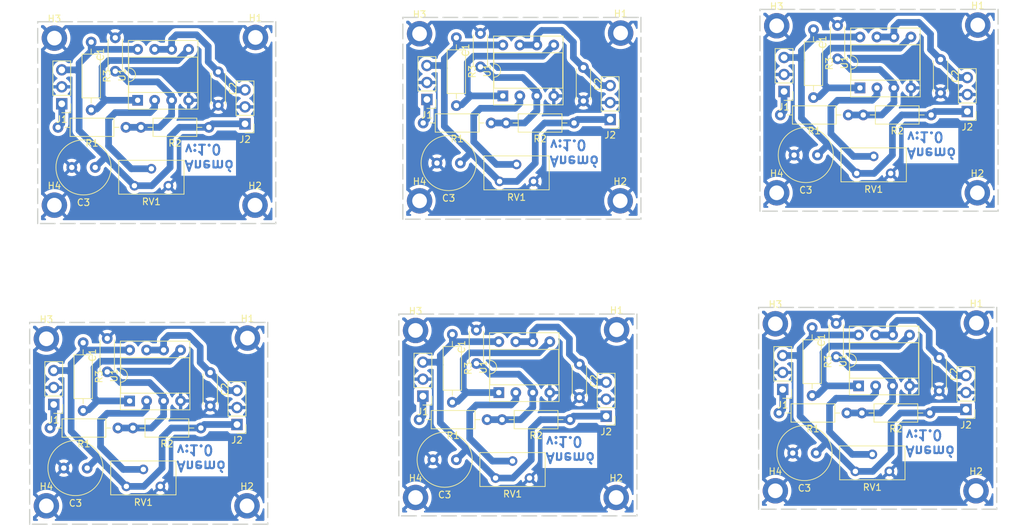
<source format=kicad_pcb>
(kicad_pcb (version 20240108) (generator "pcbnew") (generator_version "8.0")
  (layers (0 "F.Cu" signal) (31 "B.Cu" signal) (34 "B.Paste" user) (35 "F.Paste" user) (36 "B.SilkS" user "B.Silkscreen") (37 "F.SilkS" user "F.Silkscreen") (38 "B.Mask" user) (39 "F.Mask" user) (44 "Edge.Cuts" user))
  (net 0 "")
  (net 1 "GND_G1")
  (net 2 "D_hall")
  (net 3 "3.3V")
  (net 4 "Net-(J1-Pin_1)")
  (net 5 "Net-(U1A-+)")
  (net 6 "Net-(U1B-+)")
  (net 7 "Net-(U1A--)")
  (footprint "Package_DIP:DIP-8_W7.62mm_Socket" (layer "F.Cu") (at 154.75 126.15 90)
    (property "Reference" "U1")
    (property "Value" "TL082")
  )
  (footprint "MountingHole:MountingHole_2.2mm_M2_DIN965_Pad" (layer "F.Cu") (at 88.3 98.1)
    (property "Reference" "H4")
    (property "Value" "MountingHole_Pad")
  )
  (footprint "MountingHole:MountingHole_2.2mm_M2_DIN965_Pad" (layer "F.Cu") (at 117.1 143.1)
    (property "Reference" "H2")
    (property "Value" "MountingHole_Pad")
  )
  (footprint "Capacitor_THT:C_Radial_D8.0mm_H7.0mm_P3.50mm" (layer "F.Cu") (at 93.2 137.45 180)
    (property "Reference" "C3")
    (property "Value" "220uF")
  )
  (footprint "Connector_PinHeader_2.54mm:PinHeader_1x03_P2.54mm_Vertical" (layer "F.Cu") (at 144 82.28 180)
    (property "Reference" "J1")
    (property "Value" "Conn_01x03")
  )
  (footprint "Potentiometer_THT:Potentiometer_Bourns_3296Y_Vertical" (layer "F.Cu") (at 99.06 140.19 180)
    (property "Reference" "RV1")
    (property "Value" "100k")
  )
  (footprint "Capacitor_THT:C_Disc_D4.3mm_W1.9mm_P5.00mm" (layer "F.Cu") (at 220.6 120.9 -90)
    (property "Reference" "C2")
    (property "Value" "104")
  )
  (footprint "MountingHole:MountingHole_2.2mm_M2_DIN965_Pad" (layer "F.Cu") (at 88.3 73.1)
    (property "Reference" "H3")
    (property "Value" "MountingHole_Pad")
  )
  (footprint "Package_DIP:DIP-8_W7.62mm_Socket" (layer "F.Cu") (at 99.55 127.4 90)
    (property "Reference" "U1")
    (property "Value" "TL082")
  )
  (footprint "Resistor_THT:R_Axial_DIN0207_L6.3mm_D2.5mm_P10.16mm_Horizontal" (layer "F.Cu") (at 147.8 117.44 -90)
    (property "Reference" "R3")
    (property "Value" "10k")
  )
  (footprint "Resistor_THT:R_Axial_DIN0207_L6.3mm_D2.5mm_P10.16mm_Horizontal" (layer "F.Cu") (at 201.8 71.84 -90)
    (property "Reference" "R3")
    (property "Value" "10k")
  )
  (footprint "Connector_PinHeader_2.54mm:PinHeader_1x03_P2.54mm_Vertical" (layer "F.Cu") (at 224.6 128.68 180)
    (property "Reference" "J2")
    (property "Value" "ToMother")
  )
  (footprint "Resistor_THT:R_Axial_DIN0207_L6.3mm_D2.5mm_P10.16mm_Horizontal" (layer "F.Cu") (at 111.4 86.45 180)
    (property "Reference" "R2")
    (property "Value" "1k")
  )
  (footprint "Capacitor_THT:C_Disc_D4.3mm_W1.9mm_P5.00mm" (layer "F.Cu") (at 151.4 121.8 90)
    (property "Reference" "C1")
    (property "Value" "104")
  )
  (footprint "MountingHole:MountingHole_2.2mm_M2_DIN965_Pad" (layer "F.Cu") (at 172.3 141.85)
    (property "Reference" "H2")
    (property "Value" "MountingHole_Pad")
  )
  (footprint "Potentiometer_THT:Potentiometer_Bourns_3296Y_Vertical" (layer "F.Cu") (at 154.86 94.54 180)
    (property "Reference" "RV1")
    (property "Value" "100k")
  )
  (footprint "Connector_PinHeader_2.54mm:PinHeader_1x03_P2.54mm_Vertical" (layer "F.Cu") (at 170.8 129.68 180)
    (property "Reference" "J2")
    (property "Value" "ToMother")
  )
  (footprint "Resistor_THT:R_Axial_DIN0207_L6.3mm_D2.5mm_P10.16mm_Horizontal" (layer "F.Cu") (at 92.6 118.69 -90)
    (property "Reference" "R3")
    (property "Value" "10k")
  )
  (footprint "MountingHole:MountingHole_2.2mm_M2_DIN965_Pad" (layer "F.Cu") (at 196.1 115.85)
    (property "Reference" "H3")
    (property "Value" "MountingHole_Pad")
  )
  (footprint "Resistor_THT:R_Axial_DIN0207_L6.3mm_D2.5mm_P10.16mm_Horizontal" (layer "F.Cu") (at 219.4 84.6 180)
    (property "Reference" "R2")
    (property "Value" "1k")
  )
  (footprint "Capacitor_THT:C_Disc_D4.3mm_W1.9mm_P5.00mm" (layer "F.Cu") (at 167.4 77.5 -90)
    (property "Reference" "C2")
    (property "Value" "104")
  )
  (footprint "Connector_PinHeader_2.54mm:PinHeader_1x03_P2.54mm_Vertical" (layer "F.Cu") (at 197.4 81.08 180)
    (property "Reference" "J1")
    (property "Value" "Conn_01x03")
  )
  (footprint "Package_DIP:DIP-8_W7.62mm_Socket" (layer "F.Cu") (at 155.35 81.75 90)
    (property "Reference" "U1")
    (property "Value" "TL082")
  )
  (footprint "Package_DIP:DIP-8_W7.62mm_Socket" (layer "F.Cu") (at 100.75 82.4 90)
    (property "Reference" "U1")
    (property "Value" "TL082")
  )
  (footprint "Potentiometer_THT:Potentiometer_Bourns_3296Y_Vertical" (layer "F.Cu") (at 100.26 95.19 180)
    (property "Reference" "RV1")
    (property "Value" "100k")
  )
  (footprint "Connector_PinHeader_2.54mm:PinHeader_1x03_P2.54mm_Vertical" (layer "F.Cu") (at 171.4 85.28 180)
    (property "Reference" "J2")
    (property "Value" "ToMother")
  )
  (footprint "Resistor_THT:R_Axial_DIN0207_L6.3mm_D2.5mm_P10.16mm_Horizontal" (layer "F.Cu") (at 165.4 130.2 180)
    (property "Reference" "R2")
    (property "Value" "1k")
  )
  (footprint "Capacitor_THT:C_Disc_D4.3mm_W1.9mm_P5.00mm" (layer "F.Cu") (at 111.6 123.15 -90)
    (property "Reference" "C2")
    (property "Value" "104")
  )
  (footprint "Connector_PinHeader_2.54mm:PinHeader_1x03_P2.54mm_Vertical" (layer "F.Cu") (at 88.2 127.93 180)
    (property "Reference" "J1")
    (property "Value" "Conn_01x03")
  )
  (footprint "Connector_PinHeader_2.54mm:PinHeader_1x03_P2.54mm_Vertical" (layer "F.Cu") (at 89.4 82.93 180)
    (property "Reference" "J1")
    (property "Value" "Conn_01x03")
  )
  (footprint "Resistor_THT:R_Axial_DIN0207_L6.3mm_D2.5mm_P10.16mm_Horizontal" (layer "F.Cu") (at 219.2 129.2 180)
    (property "Reference" "R2")
    (property "Value" "1k")
  )
  (footprint "MountingHole:MountingHole_2.2mm_M2_DIN965_Pad" (layer "F.Cu") (at 196.3 71.25)
    (property "Reference" "H3")
    (property "Value" "MountingHole_Pad")
  )
  (footprint "Potentiometer_THT:Potentiometer_Bourns_3296Y_Vertical" (layer "F.Cu") (at 154.26 138.94 180)
    (property "Reference" "RV1")
    (property "Value" "100k")
  )
  (footprint "MountingHole:MountingHole_2.2mm_M2_DIN965_Pad" (layer "F.Cu") (at 226.163294 115.742117)
    (property "Reference" "H1")
    (property "Value" "MountingHole_Pad")
  )
  (footprint "Resistor_THT:R_Axial_DIN0207_L6.3mm_D2.5mm_P10.16mm_Horizontal" (layer "F.Cu") (at 99 86.45 180)
    (property "Reference" "R1")
    (property "Value" "100")
  )
  (footprint "Capacitor_THT:C_Disc_D4.3mm_W1.9mm_P5.00mm" (layer "F.Cu") (at 112.8 78.15 -90)
    (property "Reference" "C2")
    (property "Value" "104")
  )
  (footprint "MountingHole:MountingHole_2.2mm_M2_DIN965_Pad" (layer "F.Cu") (at 196.3 96.25)
    (property "Reference" "H4")
    (property "Value" "MountingHole_Pad")
  )
  (footprint "Resistor_THT:R_Axial_DIN0207_L6.3mm_D2.5mm_P10.16mm_Horizontal" (layer "F.Cu") (at 153.6 85.8 180)
    (property "Reference" "R1")
    (property "Value" "100")
  )
  (footprint "Capacitor_THT:C_Radial_D8.0mm_H7.0mm_P3.50mm" (layer "F.Cu") (at 202.4 90.6 180)
    (property "Reference" "C3")
    (property "Value" "220uF")
  )
  (footprint "Package_DIP:DIP-8_W7.62mm_Socket" (layer "F.Cu") (at 208.55 125.15 90)
    (property "Reference" "U1")
    (property "Value" "TL082")
  )
  (footprint "MountingHole:MountingHole_2.2mm_M2_DIN965_Pad" (layer "F.Cu") (at 118.363294 72.992117)
    (property "Reference" "H1")
    (property "Value" "MountingHole_Pad")
  )
  (footprint "Resistor_THT:R_Axial_DIN0207_L6.3mm_D2.5mm_P10.16mm_Horizontal" (layer "F.Cu") (at 166 85.8 180)
    (property "Reference" "R2")
    (property "Value" "1k")
  )
  (footprint "MountingHole:MountingHole_2.2mm_M2_DIN965_Pad" (layer "F.Cu") (at 226.3 96.25)
    (property "Reference" "H2")
    (property "Value" "MountingHole_Pad")
  )
  (footprint "Capacitor_THT:C_Radial_D8.0mm_H7.0mm_P3.50mm" (layer "F.Cu") (at 148.4 136.2 180)
    (property "Reference" "C3")
    (property "Value" "220uF")
  )
  (footprint "MountingHole:MountingHole_2.2mm_M2_DIN965_Pad" (layer "F.Cu") (at 142.3 116.85)
    (property "Reference" "H3")
    (property "Value" "MountingHole_Pad")
  )
  (footprint "Resistor_THT:R_Axial_DIN0207_L6.3mm_D2.5mm_P10.16mm_Horizontal" (layer "F.Cu") (at 93.8 73.69 -90)
    (property "Reference" "R3")
    (property "Value" "10k")
  )
  (footprint "MountingHole:MountingHole_2.2mm_M2_DIN965_Pad" (layer "F.Cu") (at 142.3 141.85)
    (property "Reference" "H4")
    (property "Value" "MountingHole_Pad")
  )
  (footprint "MountingHole:MountingHole_2.2mm_M2_DIN965_Pad" (layer "F.Cu") (at 172.363294 116.742117)
    (property "Reference" "H1")
    (property "Value" "MountingHole_Pad")
  )
  (footprint "Capacitor_THT:C_Disc_D4.3mm_W1.9mm_P5.00mm" (layer "F.Cu") (at 166.8 121.9 -90)
    (property "Reference" "C2")
    (property "Value" "104")
  )
  (footprint "Capacitor_THT:C_Disc_D4.3mm_W1.9mm_P5.00mm" (layer "F.Cu") (at 205.2 120.8 90)
    (property "Reference" "C1")
    (property "Value" "104")
  )
  (footprint "Connector_PinHeader_2.54mm:PinHeader_1x03_P2.54mm_Vertical" (layer "F.Cu") (at 197.2 125.68 180)
    (property "Reference" "J1")
    (property "Value" "Conn_01x03")
  )
  (footprint "Capacitor_THT:C_Radial_D8.0mm_H7.0mm_P3.50mm" (layer "F.Cu") (at 149 91.8 180)
    (property "Reference" "C3")
    (property "Value" "220uF")
  )
  (footprint "Resistor_THT:R_Axial_DIN0207_L6.3mm_D2.5mm_P10.16mm_Horizontal" (layer "F.Cu") (at 207 84.6 180)
    (property "Reference" "R1")
    (property "Value" "100")
  )
  (footprint "Capacitor_THT:C_Radial_D8.0mm_H7.0mm_P3.50mm" (layer "F.Cu") (at 202.2 135.2 180)
    (property "Reference" "C3")
    (property "Value" "220uF")
  )
  (footprint "Potentiometer_THT:Potentiometer_Bourns_3296Y_Vertical" (layer "F.Cu") (at 208.06 137.94 180)
    (property "Reference" "RV1")
    (property "Value" "100k")
  )
  (footprint "Capacitor_THT:C_Disc_D4.3mm_W1.9mm_P5.00mm" (layer "F.Cu") (at 220.8 76.3 -90)
    (property "Reference" "C2")
    (property "Value" "104")
  )
  (footprint "MountingHole:MountingHole_2.2mm_M2_DIN965_Pad" (layer "F.Cu") (at 142.9 72.45)
    (property "Reference" "H3")
    (property "Value" "MountingHole_Pad")
  )
  (footprint "Package_DIP:DIP-8_W7.62mm_Socket" (layer "F.Cu") (at 208.75 80.55 90)
    (property "Reference" "U1")
    (property "Value" "TL082")
  )
  (footprint "Connector_PinHeader_2.54mm:PinHeader_1x03_P2.54mm_Vertical" (layer "F.Cu") (at 224.8 84.08 180)
    (property "Reference" "J2")
    (property "Value" "ToMother")
  )
  (footprint "Connector_PinHeader_2.54mm:PinHeader_1x03_P2.54mm_Vertical" (layer "F.Cu") (at 115.6 130.93 180)
    (property "Reference" "J2")
    (property "Value" "ToMother")
  )
  (footprint "Connector_PinHeader_2.54mm:PinHeader_1x03_P2.54mm_Vertical" (layer "F.Cu") (at 116.8 85.93 180)
    (property "Reference" "J2")
    (property "Value" "ToMother")
  )
  (footprint "MountingHole:MountingHole_2.2mm_M2_DIN965_Pad" (layer "F.Cu") (at 87.1 118.1)
    (property "Reference" "H3")
    (property "Value" "MountingHole_Pad")
  )
  (footprint "Resistor_THT:R_Axial_DIN0207_L6.3mm_D2.5mm_P10.16mm_Horizontal" (layer "F.Cu") (at 97.8 131.45 180)
    (property "Reference" "R1")
    (property "Value" "100")
  )
  (footprint "Resistor_THT:R_Axial_DIN0207_L6.3mm_D2.5mm_P10.16mm_Horizontal" (layer "F.Cu") (at 148.4 73.04 -90)
    (property "Reference" "R3")
    (property "Value" "10k")
  )
  (footprint "Resistor_THT:R_Axial_DIN0207_L6.3mm_D2.5mm_P10.16mm_Horizontal" (layer "F.Cu") (at 206.8 129.2 180)
    (property "Reference" "R1")
    (property "Value" "100")
  )
  (footprint "Resistor_THT:R_Axial_DIN0207_L6.3mm_D2.5mm_P10.16mm_Horizontal" (layer "F.Cu") (at 153 130.2 180)
    (property "Reference" "R1")
    (property "Value" "100")
  )
  (footprint "MountingHole:MountingHole_2.2mm_M2_DIN965_Pad" (layer "F.Cu") (at 118.3 98.1)
    (property "Reference" "H2")
    (property "Value" "MountingHole_Pad")
  )
  (footprint "MountingHole:MountingHole_2.2mm_M2_DIN965_Pad" (layer "F.Cu") (at 226.1 140.85)
    (property "Reference" "H2")
    (property "Value" "MountingHole_Pad")
  )
  (footprint "MountingHole:MountingHole_2.2mm_M2_DIN965_Pad" (layer "F.Cu") (at 117.163294 117.992117)
    (property "Reference" "H1")
    (property "Value" "MountingHole_Pad")
  )
  (footprint "MountingHole:MountingHole_2.2mm_M2_DIN965_Pad" (layer "F.Cu") (at 87.1 143.1)
    (property "Reference" "H4")
    (property "Value" "MountingHole_Pad")
  )
  (footprint "Resistor_THT:R_Axial_DIN0207_L6.3mm_D2.5mm_P10.16mm_Horizontal" (layer "F.Cu") (at 110.2 131.45 180)
    (property "Reference" "R2")
    (property "Value" "1k")
  )
  (footprint "Connector_PinHeader_2.54mm:PinHeader_1x03_P2.54mm_Vertical" (layer "F.Cu") (at 143.4 126.68 180)
    (property "Reference" "J1")
    (property "Value" "Conn_01x03")
  )
  (footprint "Capacitor_THT:C_Disc_D4.3mm_W1.9mm_P5.00mm" (layer "F.Cu") (at 97.4 78.05 90)
    (property "Reference" "C1")
    (property "Value" "104")
  )
  (footprint "MountingHole:MountingHole_2.2mm_M2_DIN965_Pad" (layer "F.Cu") (at 196.1 140.85)
    (property "Reference" "H4")
    (property "Value" "MountingHole_Pad")
  )
  (footprint "MountingHole:MountingHole_2.2mm_M2_DIN965_Pad" (layer "F.Cu") (at 172.9 97.45)
    (property "Reference" "H2")
    (property "Value" "MountingHole_Pad")
  )
  (footprint "Capacitor_THT:C_Radial_D8.0mm_H7.0mm_P3.50mm" (layer "F.Cu") (at 94.4 92.45 180)
    (property "Reference" "C3")
    (property "Value" "220uF")
  )
  (footprint "Capacitor_THT:C_Disc_D4.3mm_W1.9mm_P5.00mm" (layer "F.Cu") (at 96.2 123.05 90)
    (property "Reference" "C1")
    (property "Value" "104")
  )
  (footprint "MountingHole:MountingHole_2.2mm_M2_DIN965_Pad" (layer "F.Cu") (at 226.363294 71.142117)
    (property "Reference" "H1")
    (property "Value" "MountingHole_Pad")
  )
  (footprint "MountingHole:MountingHole_2.2mm_M2_DIN965_Pad" (layer "F.Cu") (at 172.963294 72.342117)
    (property "Reference" "H1")
    (property "Value" "MountingHole_Pad")
  )
  (footprint "Resistor_THT:R_Axial_DIN0207_L6.3mm_D2.5mm_P10.16mm_Horizontal" (layer "F.Cu") (at 201.6 116.44 -90)
    (property "Reference" "R3")
    (property "Value" "10k")
  )
  (footprint "MountingHole:MountingHole_2.2mm_M2_DIN965_Pad" (layer "F.Cu") (at 142.9 97.45)
    (property "Reference" "H4")
    (property "Value" "MountingHole_Pad")
  )
  (footprint "Potentiometer_THT:Potentiometer_Bourns_3296Y_Vertical" (layer "F.Cu") (at 208.26 93.34 180)
    (property "Reference" "RV1")
    (property "Value" "100k")
  )
  (footprint "Capacitor_THT:C_Disc_D4.3mm_W1.9mm_P5.00mm" (layer "F.Cu") (at 205.4 76.2 90)
    (property "Reference" "C1")
    (property "Value" "104")
  )
  (footprint "Capacitor_THT:C_Disc_D4.3mm_W1.9mm_P5.00mm" (layer "F.Cu") (at 152 77.4 90)
    (property "Reference" "C1")
    (property "Value" "104")
  )
  (gr_rect (start 140.4 70) (end 176 100.2) (stroke (width 0.2) (type dash)) (fill none) (layer "Edge.Cuts"))
  (gr_rect (start 84.6 115.65) (end 120.2 145.85) (stroke (width 0.2) (type dash)) (fill none) (layer "Edge.Cuts"))
  (gr_rect (start 85.8 70.65) (end 121.4 100.85) (stroke (width 0.2) (type dash)) (fill none) (layer "Edge.Cuts"))
  (gr_rect (start 193.6 113.4) (end 229.2 143.6) (stroke (width 0.2) (type dash)) (fill none) (layer "Edge.Cuts"))
  (gr_rect (start 139.8 114.4) (end 175.4 144.6) (stroke (width 0.2) (type dash)) (fill none) (layer "Edge.Cuts"))
  (gr_rect (start 193.8 68.8) (end 229.4 99) (stroke (width 0.2) (type dash)) (fill none) (layer "Edge.Cuts"))
  (gr_text "Anemó\nv:1.0" (at 106.4 133.85 180) (layer "B.Cu") (effects (font (size 1.5 1.5) (thickness 0.3) (bold yes)) (justify left bottom mirror)))
  (gr_text "Anemó\nv:1.0" (at 107.6 88.85 180) (layer "B.Cu") (effects (font (size 1.5 1.5) (thickness 0.3) (bold yes)) (justify left bottom mirror)))
  (gr_text "Anemó\nv:1.0" (at 215.6 87 180) (layer "B.Cu") (effects (font (size 1.5 1.5) (thickness 0.3) (bold yes)) (justify left bottom mirror)))
  (gr_text "Anemó\nv:1.0" (at 162.2 88.2 180) (layer "B.Cu") (effects (font (size 1.5 1.5) (thickness 0.3) (bold yes)) (justify left bottom mirror)))
  (gr_text "Anemó\nv:1.0" (at 161.6 132.6 180) (layer "B.Cu") (effects (font (size 1.5 1.5) (thickness 0.3) (bold yes)) (justify left bottom mirror)))
  (gr_text "Anemó\nv:1.0" (at 215.4 131.6 180) (layer "B.Cu") (effects (font (size 1.5 1.5) (thickness 0.3) (bold yes)) (justify left bottom mirror)))
  (segment (start 213.83 72.93) (end 213.83 71.47) (width 1) (layer "B.Cu") (net 2))
  (segment (start 104.63 119.78) (end 104.63 118.32) (width 1) (layer "B.Cu") (net 2))
  (segment (start 111.3 74.35) (end 111.3 76.65) (width 1) (layer "B.Cu") (net 2))
  (segment (start 170.1 80.2) (end 167.4 77.5) (width 1) (layer "B.Cu") (net 2))
  (segment (start 159.83 118.53) (end 159.83 117.07) (width 1) (layer "B.Cu") (net 2))
  (segment (start 106.55 72.6) (end 109.55 72.6) (width 1) (layer "B.Cu") (net 2))
  (segment (start 108.35 117.6) (end 110.1 119.35) (width 1) (layer "B.Cu") (net 2))
  (segment (start 160.43 72.67) (end 161.15 71.95) (width 1) (layer "B.Cu") (net 2))
  (segment (start 159.83 117.07) (end 160.55 116.35) (width 1) (layer "B.Cu") (net 2))
  (segment (start 111.6 123.15) (end 110.1 121.65) (width 1) (layer "B.Cu") (net 2))
  (segment (start 171.4 80.2) (end 170.1 80.2) (width 1) (layer "B.Cu") (net 2))
  (segment (start 104.63 119.78) (end 102.09 119.78) (width 1) (layer "B.Cu") (net 2))
  (segment (start 115.5 80.85) (end 112.8 78.15) (width 1) (layer "B.Cu") (net 2))
  (segment (start 213.83 71.47) (end 214.55 70.75) (width 1) (layer "B.Cu") (net 2))
  (segment (start 165.9 73.7) (end 165.9 76) (width 1) (layer "B.Cu") (net 2))
  (segment (start 223.3 123.6) (end 220.6 120.9) (width 1) (layer "B.Cu") (net 2))
  (segment (start 214.55 70.75) (end 217.55 70.75) (width 1) (layer "B.Cu") (net 2))
  (segment (start 112.8 78.15) (end 111.3 76.65) (width 1) (layer "B.Cu") (net 2))
  (segment (start 109.55 72.6) (end 111.3 74.35) (width 1) (layer "B.Cu") (net 2))
  (segment (start 105.83 74.78) (end 105.83 73.32) (width 1) (layer "B.Cu") (net 2))
  (segment (start 223.5 79) (end 220.8 76.3) (width 1) (layer "B.Cu") (net 2))
  (segment (start 220.6 120.9) (end 219.1 119.4) (width 1) (layer "B.Cu") (net 2))
  (segment (start 160.43 74.13) (end 160.43 72.67) (width 1) (layer "B.Cu") (net 2))
  (segment (start 110.1 119.35) (end 110.1 121.65) (width 1) (layer "B.Cu") (net 2))
  (segment (start 213.83 72.93) (end 211.29 72.93) (width 1) (layer "B.Cu") (net 2))
  (segment (start 160.43 74.13) (end 157.89 74.13) (width 1) (layer "B.Cu") (net 2))
  (segment (start 165.3 118.1) (end 165.3 120.4) (width 1) (layer "B.Cu") (net 2))
  (segment (start 217.35 115.35) (end 219.1 117.1) (width 1) (layer "B.Cu") (net 2))
  (segment (start 220.8 76.3) (end 219.3 74.8) (width 1) (layer "B.Cu") (net 2))
  (segment (start 170.8 124.6) (end 169.5 124.6) (width 1) (layer "B.Cu") (net 2))
  (segment (start 166.8 121.9) (end 165.3 120.4) (width 1) (layer "B.Cu") (net 2))
  (segment (start 219.3 72.5) (end 219.3 74.8) (width 1) (layer "B.Cu") (net 2))
  (segment (start 105.35 117.6) (end 108.35 117.6) (width 1) (layer "B.Cu") (net 2))
  (segment (start 213.63 116.07) (end 214.35 115.35) (width 1) (layer "B.Cu") (net 2))
  (segment (start 163.55 116.35) (end 165.3 118.1) (width 1) (layer "B.Cu") (net 2))
  (segment (start 104.63 118.32) (end 105.35 117.6) (width 1) (layer "B.Cu") (net 2))
  (segment (start 213.63 117.53) (end 213.63 116.07) (width 1) (layer "B.Cu") (net 2))
  (segment (start 114.3 125.85) (end 111.6 123.15) (width 1) (layer "B.Cu") (net 2))
  (segment (start 105.83 74.78) (end 103.29 74.78) (width 1) (layer "B.Cu") (net 2))
  (segment (start 105.83 73.32) (end 106.55 72.6) (width 1) (layer "B.Cu") (net 2))
  (segment (start 214.35 115.35) (end 217.35 115.35) (width 1) (layer "B.Cu") (net 2))
  (segment (start 224.8 79) (end 223.5 79) (width 1) (layer "B.Cu") (net 2))
  (segment (start 115.6 125.85) (end 114.3 125.85) (width 1) (layer "B.Cu") (net 2))
  (segment (start 219.1 117.1) (end 219.1 119.4) (width 1) (layer "B.Cu") (net 2))
  (segment (start 167.4 77.5) (end 165.9 76) (width 1) (layer "B.Cu") (net 2))
  (segment (start 224.6 123.6) (end 223.3 123.6) (width 1) (layer "B.Cu") (net 2))
  (segment (start 116.8 80.85) (end 115.5 80.85) (width 1) (layer "B.Cu") (net 2))
  (segment (start 160.55 116.35) (end 163.55 116.35) (width 1) (layer "B.Cu") (net 2))
  (segment (start 213.63 117.53) (end 211.09 117.53) (width 1) (layer "B.Cu") (net 2))
  (segment (start 217.55 70.75) (end 219.3 72.5) (width 1) (layer "B.Cu") (net 2))
  (segment (start 164.15 71.95) (end 165.9 73.7) (width 1) (layer "B.Cu") (net 2))
  (segment (start 169.5 124.6) (end 166.8 121.9) (width 1) (layer "B.Cu") (net 2))
  (segment (start 161.15 71.95) (end 164.15 71.95) (width 1) (layer "B.Cu") (net 2))
  (segment (start 159.83 118.53) (end 157.29 118.53) (width 1) (layer "B.Cu") (net 2))
  (segment (start 94.4 92.45) (end 95.96 90.89) (width 1) (layer "B.Cu") (net 3))
  (segment (start 94.07 74.78) (end 93.8 75.05) (width 1) (layer "B.Cu") (net 3))
  (segment (start 91.6 77.85) (end 89.4 77.85) (width 1) (layer "B.Cu") (net 3))
  (segment (start 208.26 93.34) (end 210.86 93.34) (width 1) (layer "B.Cu") (net 3))
  (segment (start 200 75) (end 200 76.4) (width 1) (layer "B.Cu") (net 3))
  (segment (start 110.72 130.93) (end 110.2 131.45) (width 1) (layer "B.Cu") (net 3))
  (segment (start 104.4 137.45) (end 104.4 132.85) (width 1) (layer "B.Cu") (net 3))
  (segment (start 147.8 117.44) (end 147.8 118.8) (width 1) (layer "B.Cu") (net 3))
  (segment (start 161 130.2) (end 165.4 130.2) (width 1) (layer "B.Cu") (net 3))
  (segment (start 154.75 118.53) (end 148.07 118.53) (width 1) (layer "B.Cu") (net 3))
  (segment (start 199.6 76) (end 197.4 76) (width 1) (layer "B.Cu") (net 3))
  (segment (start 90.4 122.85) (end 88.2 122.85) (width 1) (layer "B.Cu") (net 3))
  (segment (start 219.72 128.68) (end 219.2 129.2) (width 1) (layer "B.Cu") (net 3))
  (segment (start 214.8 129.2) (end 219.2 129.2) (width 1) (layer "B.Cu") (net 3))
  (segment (start 154.26 138.94) (end 156.86 138.94) (width 1) (layer "B.Cu") (net 3))
  (segment (start 201.8 71.84) (end 201.8 73.2) (width 1) (layer "B.Cu") (net 3))
  (segment (start 171.4 85.28) (end 166.52 85.28) (width 1) (layer "B.Cu") (net 3))
  (segment (start 154.86 94.54) (end 157.46 94.54) (width 1) (layer "B.Cu") (net 3))
  (segment (start 148.4 136.2) (end 149.96 134.64) (width 1) (layer "B.Cu") (net 3))
  (segment (start 146.6 86.28) (end 149.66 89.34) (width 1) (layer "B.Cu") (net 3))
  (segment (start 208.75 72.93) (end 202.07 72.93) (width 1) (layer "B.Cu") (net 3))
  (segment (start 99.55 119.78) (end 92.87 119.78) (width 1) (layer "B.Cu") (net 3))
  (segment (start 170.8 129.68) (end 165.92 129.68) (width 1) (layer "B.Cu") (net 3))
  (segment (start 202.07 72.93) (end 201.8 73.2) (width 1) (layer "B.Cu") (net 3))
  (segment (start 105.8 131.45) (end 110.2 131.45) (width 1) (layer "B.Cu") (net 3))
  (segment (start 210.66 137.94) (end 213.4 135.2) (width 1) (layer "B.Cu") (net 3))
  (segment (start 146 130.68) (end 149.06 133.74) (width 1) (layer "B.Cu") (net 3))
  (segment (start 115.6 130.93) (end 110.72 130.93) (width 1) (layer "B.Cu") (net 3))
  (segment (start 165.92 129.68) (end 165.4 130.2) (width 1) (layer "B.Cu") (net 3))
  (segment (start 208.06 137.94) (end 210.66 137.94) (width 1) (layer "B.Cu") (net 3))
  (segment (start 146 122) (end 146 130.68) (width 1) (layer "B.Cu") (net 3))
  (segment (start 161.6 85.8) (end 166 85.8) (width 1) (layer "B.Cu") (net 3))
  (segment (start 203.06 88.14) (end 208.26 93.34) (width 1) (layer "B.Cu") (net 3))
  (segment (start 93.8 73.69) (end 93.8 75.05) (width 1) (layer "B.Cu") (net 3))
  (segment (start 148.67 74.13) (end 148.4 74.4) (width 1) (layer "B.Cu") (net 3))
  (segment (start 160.2 91.8) (end 160.2 87.2) (width 1) (layer "B.Cu") (net 3))
  (segment (start 200 76.4) (end 200 85.08) (width 1) (layer "B.Cu") (net 3))
  (segment (start 159.6 136.2) (end 159.6 131.6) (width 1) (layer "B.Cu") (net 3))
  (segment (start 148.4 74.4) (end 146.6 76.2) (width 1) (layer "B.Cu") (net 3))
  (segment (start 199.8 119.6) (end 199.8 121) (width 1) (layer "B.Cu") (net 3))
  (segment (start 146.2 77.2) (end 144 77.2) (width 1) (layer "B.Cu") (net 3))
  (segment (start 146 120.6) (end 146 122) (width 1) (layer "B.Cu") (net 3))
  (segment (start 92 78.25) (end 92 86.93) (width 1) (layer "B.Cu") (net 3))
  (segment (start 219.92 84.08) (end 219.4 84.6) (width 1) (layer "B.Cu") (net 3))
  (segment (start 93.86 134.99) (end 99.06 140.19) (width 1) (layer "B.Cu") (net 3))
  (segment (start 111.92 85.93) (end 111.4 86.45) (width 1) (layer "B.Cu") (net 3))
  (segment (start 100.26 95.19) (end 102.86 95.19) (width 1) (layer "B.Cu") (net 3))
  (segment (start 201.8 73.2) (end 200 75) (width 1) (layer "B.Cu") (net 3))
  (segment (start 224.8 84.08) (end 219.92 84.08) (width 1) (layer "B.Cu") (net 3))
  (segment (start 92 78.25) (end 91.6 77.85) (width 1) (layer "B.Cu") (net 3))
  (segment (start 146 122) (end 145.6 121.6) (width 1) (layer "B.Cu") (net 3))
  (segment (start 93.2 137.45) (end 94.76 135.89) (width 1) (layer "B.Cu") (net 3))
  (segment (start 99.06 140.19) (end 101.66 140.19) (width 1) (layer "B.Cu") (net 3))
  (segment (start 92.87 119.78) (end 92.6 120.05) (width 1) (layer "B.Cu") (net 3))
  (segment (start 90.8 131.93) (end 93.86 134.99) (width 1) (layer "B.Cu") (net 3))
  (segment (start 105.6 87.85) (end 107 86.45) (width 1) (layer "B.Cu") (net 3))
  (segment (start 90.8 123.25) (end 90.8 131.93) (width 1) (layer "B.Cu") (net 3))
  (segment (start 202.2 135.2) (end 203.76 133.64) (width 1) (layer "B.Cu") (net 3))
  (segment (start 157.46 94.54) (end 160.2 91.8) (width 1) (layer "B.Cu") (net 3))
  (segment (start 148.4 73.04) (end 148.4 74.4) (width 1) (layer "B.Cu") (net 3))
  (segment (start 147.8 118.8) (end 146 120.6) (width 1) (layer "B.Cu") (net 3))
  (segment (start 166.52 85.28) (end 166 85.8) (width 1) (layer "B.Cu") (net 3))
  (segment (start 105.6 92.45) (end 105.6 87.85) (width 1) (layer "B.Cu") (net 3))
  (segment (start 159.6 131.6) (end 161 130.2) (width 1) (layer "B.Cu") (net 3))
  (segment (start 208.55 117.53) (end 201.87 117.53) (width 1) (layer "B.Cu") (net 3))
  (segment (start 200 76.4) (end 199.6 76) (width 1) (layer "B.Cu") (net 3))
  (segment (start 156.86 138.94) (end 159.6 136.2) (width 1) (layer "B.Cu") (net 3))
  (segment (start 93.8 75.05) (end 92 76.85) (width 1) (layer "B.Cu") (net 3))
  (segment (start 95.06 89.99) (end 100.26 95.19) (width 1) (layer "B.Cu") (net 3))
  (segment (start 149.66 89.34) (end 154.86 94.54) (width 1) (layer "B.Cu") (net 3))
  (segment (start 116.8 85.93) (end 111.92 85.93) (width 1) (layer "B.Cu") (net 3))
  (segment (start 148.07 118.53) (end 147.8 118.8) (width 1) (layer "B.Cu") (net 3))
  (segment (start 201.6 116.44) (end 201.6 117.8) (width 1) (layer "B.Cu") (net 3))
  (segment (start 160.2 87.2) (end 161.6 85.8) (width 1) (layer "B.Cu") (net 3))
  (segment (start 100.75 74.78) (end 94.07 74.78) (width 1) (layer "B.Cu") (net 3))
  (segment (start 213.6 90.6) (end 213.6 86) (width 1) (layer "B.Cu") (net 3))
  (segment (start 92.6 120.05) (end 90.8 121.85) (width 1) (layer "B.Cu") (net 3))
  (segment (start 146.6 77.6) (end 146.6 86.28) (width 1) (layer "B.Cu") (net 3))
  (segment (start 199.8 121) (end 199.4 120.6) (width 1) (layer "B.Cu") (net 3))
  (segment (start 145.6 121.6) (end 143.4 121.6) (width 1) (layer "B.Cu") (net 3))
  (segment (start 224.6 128.68) (end 219.72 128.68) (width 1) (layer "B.Cu") (net 3))
  (segment (start 213.4 130.6) (end 214.8 129.2) (width 1) (layer "B.Cu") (net 3))
  (segment (start 101.66 140.19) (end 104.4 137.45) (width 1) (layer "B.Cu") (net 3))
  (segment (start 155.35 74.13) (end 148.67 74.13) (width 1) (layer "B.Cu") (net 3))
  (segment (start 213.4 135.2) (end 213.4 130.6) (width 1) (layer "B.Cu") (net 3))
  (segment (start 201.6 117.8) (end 199.8 119.6) (width 1) (layer "B.Cu") (net 3))
  (segment (start 201.87 117.53) (end 201.6 117.8) (width 1) (layer "B.Cu") (net 3))
  (segment (start 107 86.45) (end 111.4 86.45) (width 1) (layer "B.Cu") (net 3))
  (segment (start 102.86 95.19) (end 105.6 92.45) (width 1) (layer "B.Cu") (net 3))
  (segment (start 92.6 118.69) (end 92.6 120.05) (width 1) (layer "B.Cu") (net 3))
  (segment (start 199.4 120.6) (end 197.2 120.6) (width 1) (layer "B.Cu") (net 3))
  (segment (start 213.6 86) (end 215 84.6) (width 1) (layer "B.Cu") (net 3))
  (segment (start 202.86 132.74) (end 208.06 137.94) (width 1) (layer "B.Cu") (net 3))
  (segment (start 146.6 76.2) (end 146.6 77.6) (width 1) (layer "B.Cu") (net 3))
  (segment (start 199.8 121) (end 199.8 129.68) (width 1) (layer "B.Cu") (net 3))
  (segment (start 200 85.08) (end 203.06 88.14) (width 1) (layer "B.Cu") (net 3))
  (segment (start 215 84.6) (end 219.4 84.6) (width 1) (layer "B.Cu") (net 3))
  (segment (start 210.86 93.34) (end 213.6 90.6) (width 1) (layer "B.Cu") (net 3))
  (segment (start 149 91.8) (end 150.56 90.24) (width 1) (layer "B.Cu") (net 3))
  (segment (start 146.6 77.6) (end 146.2 77.2) (width 1) (layer "B.Cu") (net 3))
  (segment (start 199.8 129.68) (end 202.86 132.74) (width 1) (layer "B.Cu") (net 3))
  (segment (start 92 76.85) (end 92 78.25) (width 1) (layer "B.Cu") (net 3))
  (segment (start 92 86.93) (end 95.06 89.99) (width 1) (layer "B.Cu") (net 3))
  (segment (start 90.8 123.25) (end 90.4 122.85) (width 1) (layer "B.Cu") (net 3))
  (segment (start 149.06 133.74) (end 154.26 138.94) (width 1) (layer "B.Cu") (net 3))
  (segment (start 90.8 121.85) (end 90.8 123.25) (width 1) (layer "B.Cu") (net 3))
  (segment (start 104.4 132.85) (end 105.8 131.45) (width 1) (layer "B.Cu") (net 3))
  (segment (start 202.4 90.6) (end 203.96 89.04) (width 1) (layer "B.Cu") (net 3))
  (segment (start 197.2 128.64) (end 196.64 129.2) (width 1) (layer "B.Cu") (net 4))
  (segment (start 89.4 85.89) (end 88.84 86.45) (width 1) (layer "B.Cu") (net 4))
  (segment (start 197.4 81.08) (end 197.4 84.04) (width 1) (layer "B.Cu") (net 4))
  (segment (start 88.2 130.89) (end 87.64 131.45) (width 1) (layer "B.Cu") (net 4))
  (segment (start 88.2 127.93) (end 88.2 130.89) (width 1) (layer "B.Cu") (net 4))
  (segment (start 197.2 125.68) (end 197.2 128.64) (width 1) (layer "B.Cu") (net 4))
  (segment (start 143.4 129.64) (end 142.84 130.2) (width 1) (layer "B.Cu") (net 4))
  (segment (start 144 85.24) (end 143.44 85.8) (width 1) (layer "B.Cu") (net 4))
  (segment (start 144 82.28) (end 144 85.24) (width 1) (layer "B.Cu") (net 4))
  (segment (start 143.4 126.68) (end 143.4 129.64) (width 1) (layer "B.Cu") (net 4))
  (segment (start 89.4 82.93) (end 89.4 85.89) (width 1) (layer "B.Cu") (net 4))
  (segment (start 197.4 84.04) (end 196.84 84.6) (width 1) (layer "B.Cu") (net 4))
  (segment (start 158.33 79) (end 154 79) (width 1) (layer "B.Cu") (net 5))
  (segment (start 99.4 79.65) (end 97.8 78.05) (width 1) (layer "B.Cu") (net 5))
  (segment (start 158.6 85.8) (end 153.6 85.8) (width 1) (layer "B.Cu") (net 5))
  (segment (start 158 130.2) (end 153 130.2) (width 1) (layer "B.Cu") (net 5))
  (segment (start 213.63 124.5) (end 211.53 122.4) (width 1) (layer "B.Cu") (net 5))
  (segment (start 104.63 127.4) (end 104.63 129.62) (width 1) (layer "B.Cu") (net 5))
  (segment (start 213.83 79.9) (end 211.73 77.8) (width 1) (layer "B.Cu") (net 5))
  (segment (start 105.83 81.75) (end 103.73 79.65) (width 1) (layer "B.Cu") (net 5))
  (segment (start 160.43 81.75) (end 160.43 81.1) (width 1) (layer "B.Cu") (net 5))
  (segment (start 213.83 82.77) (end 212 84.6) (width 1) (layer "B.Cu") (net 5))
  (segment (start 104 86.45) (end 99 86.45) (width 1) (layer "B.Cu") (net 5))
  (segment (start 213.83 80.55) (end 213.83 82.77) (width 1) (layer "B.Cu") (net 5))
  (segment (start 207.2 122.4) (end 205.6 120.8) (width 1) (layer "B.Cu") (net 5))
  (segment (start 160.43 83.97) (end 158.6 85.8) (width 1) (layer "B.Cu") (net 5))
  (segment (start 105.83 82.4) (end 105.83 81.75) (width 1) (layer "B.Cu") (net 5))
  (segment (start 153.4 123.4) (end 151.8 121.8) (width 1) (layer "B.Cu") (net 5))
  (segment (start 105.83 82.4) (end 105.83 84.62) (width 1) (layer "B.Cu") (net 5))
  (segment (start 159.83 128.37) (end 158 130.2) (width 1) (layer "B.Cu") (net 5))
  (segment (start 212 84.6) (end 207 84.6) (width 1) (layer "B.Cu") (net 5))
  (segment (start 213.63 127.37) (end 211.8 129.2) (width 1) (layer "B.Cu") (net 5))
  (segment (start 160.43 81.75) (end 160.43 83.97) (width 1) (layer "B.Cu") (net 5))
  (segment (start 211.53 122.4) (end 207.2 122.4) (width 1) (layer "B.Cu") (net 5))
  (segment (start 154 79) (end 152.4 77.4) (width 1) (layer "B.Cu") (net 5))
  (segment (start 103.73 79.65) (end 99.4 79.65) (width 1) (layer "B.Cu") (net 5))
  (segment (start 207.4 77.8) (end 205.8 76.2) (width 1) (layer "B.Cu") (net 5))
  (segment (start 104.63 127.4) (end 104.63 126.75) (width 1) (layer "B.Cu") (net 5))
  (segment (start 213.63 125.15) (end 213.63 127.37) (width 1) (layer "B.Cu") (net 5))
  (segment (start 157.73 123.4) (end 153.4 123.4) (width 1) (layer "B.Cu") (net 5))
  (segment (start 159.83 126.15) (end 159.83 128.37) (width 1) (layer "B.Cu") (net 5))
  (segment (start 98.2 124.65) (end 96.6 123.05) (width 1) (layer "B.Cu") (net 5))
  (segment (start 213.83 80.55) (end 213.83 79.9) (width 1) (layer "B.Cu") (net 5))
  (segment (start 159.83 126.15) (end 159.83 125.5) (width 1) (layer "B.Cu") (net 5))
  (segment (start 104.63 126.75) (end 102.53 124.65) (width 1) (layer "B.Cu") (net 5))
  (segment (start 105.83 84.62) (end 104 86.45) (width 1) (layer "B.Cu") (net 5))
  (segment (start 104.63 129.62) (end 102.8 131.45) (width 1) (layer "B.Cu") (net 5))
  (segment (start 211.73 77.8) (end 207.4 77.8) (width 1) (layer "B.Cu") (net 5))
  (segment (start 102.8 131.45) (end 97.8 131.45) (width 1) (layer "B.Cu") (net 5))
  (segment (start 213.63 125.15) (end 213.63 124.5) (width 1) (layer "B.Cu") (net 5))
  (segment (start 160.43 81.1) (end 158.33 79) (width 1) (layer "B.Cu") (net 5))
  (segment (start 211.8 129.2) (end 206.8 129.2) (width 1) (layer "B.Cu") (net 5))
  (segment (start 102.53 124.65) (end 98.2 124.65) (width 1) (layer "B.Cu") (net 5))
  (segment (start 159.83 125.5) (end 157.73 123.4) (width 1) (layer "B.Cu") (net 5))
  (segment (start 216.42 72.88) (end 216.37 72.93) (width 1) (layer "B.Cu") (net 6))
  (segment (start 106.7 76.45) (end 96.4 76.45) (width 1) (layer "B.Cu") (net 6))
  (segment (start 203.434096 75.565904) (end 203.434096 80.054096) (width 1) (layer "B.Cu") (net 6))
  (segment (start 150.53 81.75) (end 155.35 81.75) (width 1) (layer "B.Cu") (net 6))
  (segment (start 160.7 120.2) (end 150.4 120.2) (width 1) (layer "B.Cu") (net 6))
  (segment (start 150.034096 76.765904) (end 150.034096 81.254096) (width 1) (layer "B.Cu") (net 6))
  (segment (start 202.4 126.48) (end 203.73 125.15) (width 1) (layer "B.Cu") (net 6))
  (segment (start 150.4 120.2) (end 149.434096 121.165904) (width 1) (layer "B.Cu") (net 6))
  (segment (start 149.434096 121.165904) (end 149.434096 125.654096) (width 1) (layer "B.Cu") (net 6))
  (segment (start 94.73 127.4) (end 99.55 127.4) (width 1) (layer "B.Cu") (net 6))
  (segment (start 148.6 127.48) (end 149.93 126.15) (width 1) (layer "B.Cu") (net 6))
  (segment (start 161.3 75.8) (end 151 75.8) (width 1) (layer "B.Cu") (net 6))
  (segment (start 108.42 74.73) (end 108.37 74.78) (width 1) (layer "B.Cu") (net 6))
  (segment (start 204.2 119.2) (end 203.234096 120.165904) (width 1) (layer "B.Cu") (net 6))
  (segment (start 108.37 74.78) (end 106.7 76.45) (width 1) (layer "B.Cu") (net 6))
  (segment (start 96.4 76.45) (end 95.434096 77.415904) (width 1) (layer "B.Cu") (net 6))
  (segment (start 162.97 74.13) (end 161.3 75.8) (width 1) (layer "B.Cu") (net 6))
  (segment (start 149.2 83.08) (end 150.53 81.75) (width 1) (layer "B.Cu") (net 6))
  (segment (start 94.234096 126.904096) (end 94.73 127.4) (width 1) (layer "B.Cu") (net 6))
  (segment (start 203.234096 120.165904) (end 203.234096 124.654096) (width 1) (layer "B.Cu") (net 6))
  (segment (start 204.4 74.6) (end 203.434096 75.565904) (width 1) (layer "B.Cu") (net 6))
  (segment (start 95.2 121.45) (end 94.234096 122.415904) (width 1) (layer "B.Cu") (net 6))
  (segment (start 162.42 118.48) (end 162.37 118.53) (width 1) (layer "B.Cu") (net 6))
  (segment (start 150.034096 81.254096) (end 150.53 81.75) (width 1) (layer "B.Cu") (net 6))
  (segment (start 203.93 80.55) (end 208.75 80.55) (width 1) (layer "B.Cu") (net 6))
  (segment (start 216.22 117.48) (end 216.17 117.53) (width 1) (layer "B.Cu") (net 6))
  (segment (start 214.5 119.2) (end 204.2 119.2) (width 1) (layer "B.Cu") (net 6))
  (segment (start 149.93 126.15) (end 154.75 126.15) (width 1) (layer "B.Cu") (net 6))
  (segment (start 93.4 128.73) (end 94.73 127.4) (width 1) (layer "B.Cu") (net 6))
  (segment (start 94.6 83.73) (end 95.93 82.4) (width 1) (layer "B.Cu") (net 6))
  (segment (start 151 75.8) (end 150.034096 76.765904) (width 1) (layer "B.Cu") (net 6))
  (segment (start 149.434096 125.654096) (end 149.93 126.15) (width 1) (layer "B.Cu") (net 6))
  (segment (start 216.37 72.93) (end 214.7 74.6) (width 1) (layer "B.Cu") (net 6))
  (segment (start 214.7 74.6) (end 204.4 74.6) (width 1) (layer "B.Cu") (net 6))
  (segment (start 105.5 121.45) (end 95.2 121.45) (width 1) (layer "B.Cu") (net 6))
  (segment (start 94.234096 122.415904) (end 94.234096 126.904096) (width 1) (layer "B.Cu") (net 6))
  (segment (start 163.02 74.08) (end 162.97 74.13) (width 1) (layer "B.Cu") (net 6))
  (segment (start 107.22 119.73) (end 107.17 119.78) (width 1) (layer "B.Cu") (net 6))
  (segment (start 216.17 117.53) (end 214.5 119.2) (width 1) (layer "B.Cu") (net 6))
  (segment (start 95.434096 81.904096) (end 95.93 82.4) (width 1) (layer "B.Cu") (net 6))
  (segment (start 202.6 81.88) (end 203.93 80.55) (width 1) (layer "B.Cu") (net 6))
  (segment (start 162.37 118.53) (end 160.7 120.2) (width 1) (layer "B.Cu") (net 6))
  (segment (start 203.234096 124.654096) (end 203.73 125.15) (width 1) (layer "B.Cu") (net 6))
  (segment (start 203.434096 80.054096) (end 203.93 80.55) (width 1) (layer "B.Cu") (net 6))
  (segment (start 95.434096 77.415904) (end 95.434096 81.904096) (width 1) (layer "B.Cu") (net 6))
  (segment (start 95.93 82.4) (end 100.75 82.4) (width 1) (layer "B.Cu") (net 6))
  (segment (start 107.17 119.78) (end 105.5 121.45) (width 1) (layer "B.Cu") (net 6))
  (segment (start 203.73 125.15) (end 208.55 125.15) (width 1) (layer "B.Cu") (net 6))
  (segment (start 210.37137 127) (end 205.2 127) (width 1) (layer "B.Cu") (net 7))
  (segment (start 150.4 129) (end 150.4 133) (width 1) (layer "B.Cu") (net 7))
  (segment (start 156.8 136.4) (end 153.8 136.4) (width 1) (layer "B.Cu") (net 7))
  (segment (start 157.29 126.15) (end 157.29 127.28137) (width 1) (layer "B.Cu") (net 7))
  (segment (start 157.29 127.28137) (end 156.57137 128) (width 1) (layer "B.Cu") (net 7))
  (segment (start 157.17137 83.6) (end 152 83.6) (width 1) (layer "B.Cu") (net 7))
  (segment (start 151.4 128) (end 150.4 129) (width 1) (layer "B.Cu") (net 7))
  (segment (start 99.8 92.65) (end 96.4 89.25) (width 1) (layer "B.Cu") (net 7))
  (segment (start 98.6 137.65) (end 95.2 134.25) (width 1) (layer "B.Cu") (net 7))
  (segment (start 157.89 82.88137) (end 157.17137 83.6) (width 1) (layer "B.Cu") (net 7))
  (segment (start 210.6 135.4) (end 207.6 135.4) (width 1) (layer "B.Cu") (net 7))
  (segment (start 211.29 81.68137) (end 210.57137 82.4) (width 1) (layer "B.Cu") (net 7))
  (segment (start 101.37137 129.25) (end 96.2 129.25) (width 1) (layer "B.Cu") (net 7))
  (segment (start 211.29 80.55) (end 211.29 81.68137) (width 1) (layer "B.Cu") (net 7))
  (segment (start 103.29 83.53137) (end 102.57137 84.25) (width 1) (layer "B.Cu") (net 7))
  (segment (start 101.6 137.65) (end 98.6 137.65) (width 1) (layer "B.Cu") (net 7))
  (segment (start 102.09 128.53137) (end 101.37137 129.25) (width 1) (layer "B.Cu") (net 7))
  (segment (start 211.09 126.28137) (end 210.37137 127) (width 1) (layer "B.Cu") (net 7))
  (segment (start 102.09 127.4) (end 102.09 128.53137) (width 1) (layer "B.Cu") (net 7))
  (segment (start 204.2 128) (end 204.2 132) (width 1) (layer "B.Cu") (net 7))
  (segment (start 96.4 85.25) (end 96.4 89.25) (width 1) (layer "B.Cu") (net 7))
  (segment (start 157.89 81.75) (end 157.89 82.88137) (width 1) (layer "B.Cu") (net 7))
  (segment (start 157.4 92) (end 154.4 92) (width 1) (layer "B.Cu") (net 7))
  (segment (start 153.8 136.4) (end 150.4 133) (width 1) (layer "B.Cu") (net 7))
  (segment (start 211.09 125.15) (end 211.09 126.28137) (width 1) (layer "B.Cu") (net 7))
  (segment (start 103.29 82.4) (end 103.29 83.53137) (width 1) (layer "B.Cu") (net 7))
  (segment (start 207.6 135.4) (end 204.2 132) (width 1) (layer "B.Cu") (net 7))
  (segment (start 96.2 129.25) (end 95.2 130.25) (width 1) (layer "B.Cu") (net 7))
  (segment (start 95.2 130.25) (end 95.2 134.25) (width 1) (layer "B.Cu") (net 7))
  (segment (start 102.57137 84.25) (end 97.4 84.25) (width 1) (layer "B.Cu") (net 7))
  (segment (start 205.2 127) (end 204.2 128) (width 1) (layer "B.Cu") (net 7))
  (segment (start 204.4 83.4) (end 204.4 87.4) (width 1) (layer "B.Cu") (net 7))
  (segment (start 156.57137 128) (end 151.4 128) (width 1) (layer "B.Cu") (net 7))
  (segment (start 152 83.6) (end 151 84.6) (width 1) (layer "B.Cu") (net 7))
  (segment (start 151 84.6) (end 151 88.6) (width 1) (layer "B.Cu") (net 7))
  (segment (start 207.8 90.8) (end 204.4 87.4) (width 1) (layer "B.Cu") (net 7))
  (segment (start 102.8 92.65) (end 99.8 92.65) (width 1) (layer "B.Cu") (net 7))
  (segment (start 154.4 92) (end 151 88.6) (width 1) (layer "B.Cu") (net 7))
  (segment (start 210.8 90.8) (end 207.8 90.8) (width 1) (layer "B.Cu") (net 7))
  (segment (start 97.4 84.25) (end 96.4 85.25) (width 1) (layer "B.Cu") (net 7))
  (segment (start 210.57137 82.4) (end 205.4 82.4) (width 1) (layer "B.Cu") (net 7))
  (segment (start 205.4 82.4) (end 204.4 83.4) (width 1) (layer "B.Cu") (net 7))
  (zone (net 1) (net_name "GND_G1") (layer "B.Cu") (connect_pads (clearance 0.5)) (min_thickness 0.25) (fill yes (thermal_gap 0.5) (thermal_bridge_width 0.5))
    (polygon (pts (xy 228.85 113.35) (xy 228.85 143.35) (xy 193.6 143.35) (xy 193.6 113.35)))
  )
  (zone (net 1) (net_name "GND_G1") (layer "B.Cu") (connect_pads (clearance 0.5)) (min_thickness 0.25) (fill yes (thermal_gap 0.5) (thermal_bridge_width 0.5))
    (polygon (pts (xy 121.05 70.6) (xy 121.05 100.6) (xy 85.8 100.6) (xy 85.8 70.6)))
  )
  (zone (net 1) (net_name "GND_G1") (layer "B.Cu") (connect_pads (clearance 0.5)) (min_thickness 0.25) (fill yes (thermal_gap 0.5) (thermal_bridge_width 0.5))
    (polygon (pts (xy 175.65 69.95) (xy 175.65 99.95) (xy 140.4 99.95) (xy 140.4 69.95)))
  )
  (zone (net 1) (net_name "GND_G1") (layer "B.Cu") (connect_pads (clearance 0.5)) (min_thickness 0.25) (fill yes (thermal_gap 0.5) (thermal_bridge_width 0.5))
    (polygon (pts (xy 119.85 115.6) (xy 119.85 145.6) (xy 84.6 145.6) (xy 84.6 115.6)))
  )
  (zone (net 1) (net_name "GND_G1") (layer "B.Cu") (connect_pads (clearance 0.5)) (min_thickness 0.25) (fill yes (thermal_gap 0.5) (thermal_bridge_width 0.5))
    (polygon (pts (xy 229.05 68.75) (xy 229.05 98.75) (xy 193.8 98.75) (xy 193.8 68.75)))
  )
  (zone (net 1) (net_name "GND_G1") (layer "B.Cu") (connect_pads (clearance 0.5)) (min_thickness 0.25) (fill yes (thermal_gap 0.5) (thermal_bridge_width 0.5))
    (polygon (pts (xy 175.05 114.35) (xy 175.05 144.35) (xy 139.8 144.35) (xy 139.8 114.35)))
  )
)
</source>
